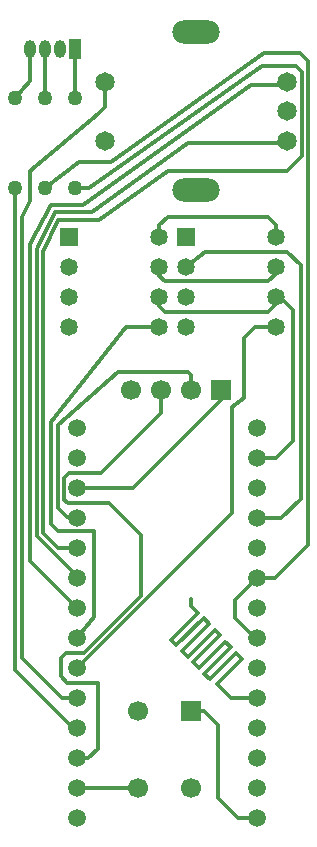
<source format=gbr>
G04 DipTrace 3.3.1.3*
G04 Top.gbr*
%MOIN*%
G04 #@! TF.FileFunction,Copper,L1,Top*
G04 #@! TF.Part,Single*
G04 #@! TA.AperFunction,Conductor*
%ADD14C,0.012992*%
G04 #@! TA.AperFunction,ComponentPad*
%ADD15R,0.066929X0.066929*%
%ADD16C,0.066929*%
%ADD17C,0.059055*%
%ADD18C,0.05*%
%ADD19C,0.05*%
%ADD20C,0.064961*%
%ADD21O,0.15748X0.07874*%
%ADD22O,0.03937X0.059055*%
%ADD23R,0.041339X0.066929*%
%ADD25R,0.0585X0.0585*%
%ADD26C,0.0585*%
%FSLAX26Y26*%
G04*
G70*
G90*
G75*
G01*
G04 Top*
%LPD*%
X656202Y856202D2*
D14*
X643701D1*
X449951Y1049951D1*
Y2656201D1*
X656202Y1556202D2*
X668815Y1559567D1*
X621585D1*
X591538Y1589614D1*
Y1866924D1*
X792055Y2042261D1*
X1026391D1*
X1037451Y2031201D1*
Y1981201D1*
X931201Y2393701D2*
Y2362451D1*
X949180Y2344472D1*
X1294474D1*
X1318701Y2368699D1*
Y2393701D1*
X499953Y3118699D2*
Y3012450D1*
X449951Y2956201D1*
X549953Y3118699D2*
Y2956201D1*
X649953Y3118699D2*
Y2956201D1*
X649951D1*
X931201Y2493701D2*
Y2531199D1*
X958222Y2558220D1*
X1291682D1*
X1318701Y2531202D1*
Y2493701D1*
X656202Y656202D2*
X859944D1*
X860286Y656545D1*
X1256202Y956202D2*
X1168701D1*
X1121827Y1003076D1*
X1206202Y1087450D1*
X1187451Y1106201D1*
X1099953Y1018701D1*
X1081202Y1037451D1*
X1168702Y1124950D1*
X1149951Y1143701D1*
X1062451Y1056201D1*
X1043702Y1074951D1*
X1134325Y1165575D1*
X1115576Y1184325D1*
X1024951Y1093701D1*
X1006201Y1112450D1*
X1096825Y1203075D1*
X1078076Y1221825D1*
X987451Y1131201D1*
X968701Y1149950D1*
X1059325Y1240575D1*
X1037451Y1262450D1*
Y1287450D1*
X656202Y956202D2*
X606201D1*
X472222Y1090181D1*
Y2558572D1*
X499929Y2611949D1*
Y2712497D1*
X725185Y2902214D1*
X749902Y2926930D1*
Y3010875D1*
X656202Y1056201D2*
X1173298Y1573297D1*
Y1924950D1*
X1212451Y1956201D1*
Y2156201D1*
X1249951Y2193701D1*
X1318701D1*
X656202Y1156202D2*
X712451Y1224951D1*
Y1511886D1*
X594266D1*
X568701Y1537451D1*
Y1874950D1*
X818702Y2193701D1*
X931201D1*
X656202Y1356201D2*
X662451D1*
X521471Y1497181D1*
Y2453037D1*
X582375Y2574950D1*
X705777D1*
X1024951Y2806199D1*
X1356201D1*
Y2814025D1*
X656202Y1256202D2*
X499953Y1412451D1*
Y2468873D1*
X568331Y2599950D1*
X675778D1*
X1237451Y2999950D1*
X1343703D1*
X1356201Y3010875D1*
X1037451Y912450D2*
X1081202D1*
X1127290Y866362D1*
Y622612D1*
X1194517Y555385D1*
X1260412D1*
X1256202Y556202D1*
X656202Y1456202D2*
X593701D1*
X543846Y1506056D1*
Y2442818D1*
X593702Y2549950D1*
X731203D1*
X960898Y2711357D1*
X1355108D1*
X1405705Y2761954D1*
Y3044197D1*
X1387451Y3062450D1*
X1272350D1*
X697353Y2656201D1*
X649951D1*
X931201Y2293701D2*
Y2262451D1*
X949827Y2243825D1*
X1293827D1*
X1318701Y2268699D1*
Y2293701D1*
X1256202Y1756202D2*
X1318703D1*
X1374951Y1812450D1*
Y2249950D1*
X1324951Y2299951D1*
X1318701Y2293701D1*
X656202Y1656201D2*
X843702D1*
X1137451Y1949950D1*
Y1981201D1*
X1256202Y1356201D2*
X1316835D1*
X1425970Y1465336D1*
Y3080182D1*
X1399953Y3106199D1*
X1281176D1*
X768703Y2743701D1*
X662451D1*
X549953Y2656201D1*
X1256202Y1156202D2*
X1237451Y1168701D1*
X1182056Y1224096D1*
Y1282055D1*
X1256202Y1356201D1*
Y1556202D2*
X1337453D1*
X1401925Y1620675D1*
Y2397976D1*
X1355552Y2444349D1*
X1082013D1*
X1018701Y2393701D1*
X656202Y756201D2*
X693701D1*
X724951Y787451D1*
Y1006570D1*
X624583D1*
X602240Y1028912D1*
Y1089740D1*
X620050Y1107550D1*
X679028D1*
X868701Y1297223D1*
Y1499450D1*
X763434Y1604717D1*
X626436D1*
X613936Y1617217D1*
Y1688936D1*
X629869Y1704869D1*
X736119D1*
X937451Y1906201D1*
Y1981201D1*
D15*
X1137451D3*
D16*
X1037451D3*
X937451D3*
X837451D3*
D17*
X656202Y556202D3*
Y656202D3*
Y756201D3*
Y856202D3*
Y956202D3*
Y1056201D3*
Y1156202D3*
Y1256202D3*
Y1356201D3*
Y1456202D3*
Y1556202D3*
Y1656201D3*
X1256202Y556202D3*
Y656202D3*
Y756201D3*
Y856202D3*
Y956202D3*
Y1056201D3*
Y1156202D3*
Y1256202D3*
Y1356201D3*
Y1456202D3*
Y1556202D3*
Y1656201D3*
X656202Y1756202D3*
Y1856202D3*
X1256202Y1756202D3*
Y1856202D3*
D18*
X649951Y2956201D3*
D19*
Y2656201D3*
D18*
X549953Y2956201D3*
D19*
Y2656201D3*
D18*
X449951Y2956201D3*
D19*
Y2656201D3*
D20*
X1356201Y2912450D3*
Y3010875D3*
Y2814025D3*
X749902D3*
Y3010875D3*
D21*
X1053051Y3176230D3*
Y2648671D3*
D22*
X499952Y3118699D3*
X599952D3*
D23*
X649952D3*
D22*
X549952D3*
D15*
X1037451Y912450D3*
D16*
X860286D3*
Y656545D3*
X1037451D3*
D25*
X1018701Y2493701D3*
D26*
Y2393701D3*
Y2293701D3*
Y2193701D3*
X1318701D3*
Y2293701D3*
Y2393701D3*
Y2493701D3*
D25*
X631201D3*
D26*
Y2393701D3*
Y2293701D3*
Y2193701D3*
X931201D3*
Y2293701D3*
Y2393701D3*
Y2493701D3*
M02*

</source>
